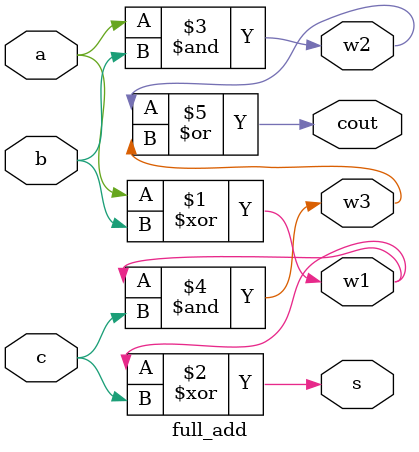
<source format=sv>
module full_add(s,cout,w1,w2,w3,a,b,c);
  input a,b,c;
  output w1,w2,w3,s,cout;

  xor n1(w1,a,b);
  xor n2(s,w1,c);
  and n3(w2,a,b);
  and n4(w3,w1,c);
  or n5(cout,w2,w3);
  
  
 
endmodule

</source>
